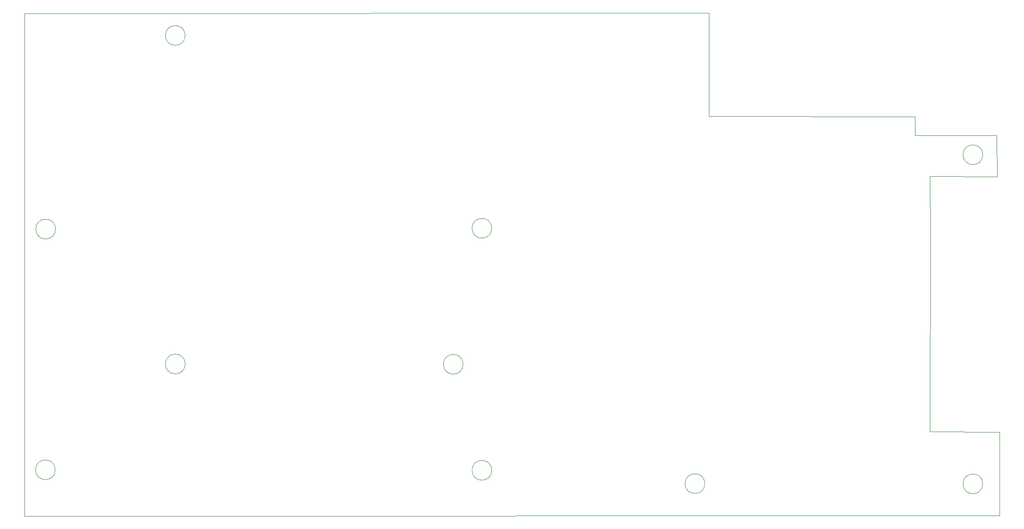
<source format=gbr>
%TF.GenerationSoftware,KiCad,Pcbnew,(6.0.5)*%
%TF.CreationDate,2022-06-02T12:02:42+02:00*%
%TF.ProjectId,norns_fork,6e6f726e-735f-4666-9f72-6b2e6b696361,rev?*%
%TF.SameCoordinates,Original*%
%TF.FileFunction,Profile,NP*%
%FSLAX46Y46*%
G04 Gerber Fmt 4.6, Leading zero omitted, Abs format (unit mm)*
G04 Created by KiCad (PCBNEW (6.0.5)) date 2022-06-02 12:02:42*
%MOMM*%
%LPD*%
G01*
G04 APERTURE LIST*
%TA.AperFunction,Profile*%
%ADD10C,0.100000*%
%TD*%
G04 APERTURE END LIST*
D10*
X220800000Y-64350000D02*
G75*
G03*
X220800000Y-64350000I-1741407J0D01*
G01*
X220800000Y-122400000D02*
G75*
G03*
X220800000Y-122400000I-1741407J0D01*
G01*
X223750000Y-127950000D02*
X223650000Y-128000000D01*
X223750000Y-113250000D02*
X223750000Y-127950000D01*
X211450000Y-113200000D02*
X223750000Y-113250000D01*
X211450000Y-68150000D02*
X211550000Y-78950000D01*
X223300000Y-68250000D02*
X211450000Y-68150000D01*
X223250000Y-60900000D02*
X223300000Y-68250000D01*
X208800000Y-60900000D02*
X223250000Y-60900000D01*
X208800000Y-57650000D02*
X208800000Y-60900000D01*
X134241407Y-120000000D02*
G75*
G03*
X134241407Y-120000000I-1741407J0D01*
G01*
X134241407Y-77308593D02*
G75*
G03*
X134241407Y-77308593I-1741407J0D01*
G01*
X57341407Y-77458593D02*
G75*
G03*
X57341407Y-77458593I-1741407J0D01*
G01*
X57291407Y-119908593D02*
G75*
G03*
X57291407Y-119908593I-1741407J0D01*
G01*
X171791407Y-122350000D02*
G75*
G03*
X171791407Y-122350000I-1741407J0D01*
G01*
X80191407Y-43300000D02*
G75*
G03*
X80191407Y-43300000I-1741407J0D01*
G01*
X129191407Y-101300000D02*
G75*
G03*
X129191407Y-101300000I-1741407J0D01*
G01*
X80191407Y-101250000D02*
G75*
G03*
X80191407Y-101250000I-1741407J0D01*
G01*
X223650000Y-128000000D02*
X51899998Y-128082997D01*
X172549998Y-57582997D02*
X208800000Y-57650000D01*
X51899998Y-128082997D02*
X51899998Y-39382997D01*
X211550000Y-78950000D02*
X211450000Y-113200000D01*
X51899998Y-39382997D02*
X172549998Y-39332997D01*
X172549998Y-39332997D02*
X172549998Y-57582997D01*
M02*

</source>
